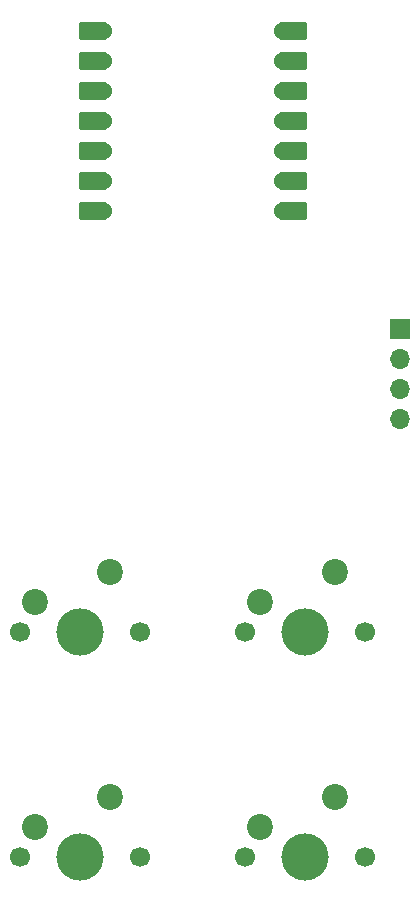
<source format=gbr>
%TF.GenerationSoftware,KiCad,Pcbnew,9.0.3*%
%TF.CreationDate,2026-01-29T20:12:38-03:00*%
%TF.ProjectId,hackpad,6861636b-7061-4642-9e6b-696361645f70,rev?*%
%TF.SameCoordinates,Original*%
%TF.FileFunction,Soldermask,Top*%
%TF.FilePolarity,Negative*%
%FSLAX46Y46*%
G04 Gerber Fmt 4.6, Leading zero omitted, Abs format (unit mm)*
G04 Created by KiCad (PCBNEW 9.0.3) date 2026-01-29 20:12:38*
%MOMM*%
%LPD*%
G01*
G04 APERTURE LIST*
G04 Aperture macros list*
%AMRoundRect*
0 Rectangle with rounded corners*
0 $1 Rounding radius*
0 $2 $3 $4 $5 $6 $7 $8 $9 X,Y pos of 4 corners*
0 Add a 4 corners polygon primitive as box body*
4,1,4,$2,$3,$4,$5,$6,$7,$8,$9,$2,$3,0*
0 Add four circle primitives for the rounded corners*
1,1,$1+$1,$2,$3*
1,1,$1+$1,$4,$5*
1,1,$1+$1,$6,$7*
1,1,$1+$1,$8,$9*
0 Add four rect primitives between the rounded corners*
20,1,$1+$1,$2,$3,$4,$5,0*
20,1,$1+$1,$4,$5,$6,$7,0*
20,1,$1+$1,$6,$7,$8,$9,0*
20,1,$1+$1,$8,$9,$2,$3,0*%
G04 Aperture macros list end*
%ADD10R,1.700000X1.700000*%
%ADD11O,1.700000X1.700000*%
%ADD12C,1.700000*%
%ADD13C,4.000000*%
%ADD14C,2.200000*%
%ADD15RoundRect,0.152400X1.063600X0.609600X-1.063600X0.609600X-1.063600X-0.609600X1.063600X-0.609600X0*%
%ADD16C,1.524000*%
%ADD17RoundRect,0.152400X-1.063600X-0.609600X1.063600X-0.609600X1.063600X0.609600X-1.063600X0.609600X0*%
G04 APERTURE END LIST*
D10*
%TO.C,J1*%
X169490000Y-79305000D03*
D11*
X169490000Y-81845000D03*
X169490000Y-84385000D03*
X169490000Y-86925000D03*
%TD*%
D12*
%TO.C,SW4*%
X156355000Y-123965000D03*
D13*
X161435000Y-123965000D03*
D12*
X166515000Y-123965000D03*
D14*
X163975000Y-118885000D03*
X157625000Y-121425000D03*
%TD*%
D12*
%TO.C,SW1*%
X137305000Y-104965000D03*
D13*
X142385000Y-104965000D03*
D12*
X147465000Y-104965000D03*
D14*
X144925000Y-99885000D03*
X138575000Y-102425000D03*
%TD*%
D12*
%TO.C,SW3*%
X137290000Y-123995000D03*
D13*
X142370000Y-123995000D03*
D12*
X147450000Y-123995000D03*
D14*
X144910000Y-118915000D03*
X138560000Y-121455000D03*
%TD*%
D12*
%TO.C,SW2*%
X156355000Y-104965000D03*
D13*
X161435000Y-104965000D03*
D12*
X166515000Y-104965000D03*
D14*
X163975000Y-99885000D03*
X157625000Y-102425000D03*
%TD*%
D15*
%TO.C,U1*%
X143495000Y-54048500D03*
D16*
X144330000Y-54048500D03*
D15*
X143495000Y-56588500D03*
D16*
X144330000Y-56588500D03*
D15*
X143495000Y-59128500D03*
D16*
X144330000Y-59128500D03*
D15*
X143495000Y-61668500D03*
D16*
X144330000Y-61668500D03*
D15*
X143495000Y-64208500D03*
D16*
X144330000Y-64208500D03*
D15*
X143495000Y-66748500D03*
D16*
X144330000Y-66748500D03*
D15*
X143495000Y-69288500D03*
D16*
X144330000Y-69288500D03*
X159570000Y-69288500D03*
D17*
X160405000Y-69288500D03*
D16*
X159570000Y-66748500D03*
D17*
X160405000Y-66748500D03*
D16*
X159570000Y-64208500D03*
D17*
X160405000Y-64208500D03*
D16*
X159570000Y-61668500D03*
D17*
X160405000Y-61668500D03*
D16*
X159570000Y-59128500D03*
D17*
X160405000Y-59128500D03*
D16*
X159570000Y-56588500D03*
D17*
X160405000Y-56588500D03*
D16*
X159570000Y-54048500D03*
D17*
X160405000Y-54048500D03*
%TD*%
M02*

</source>
